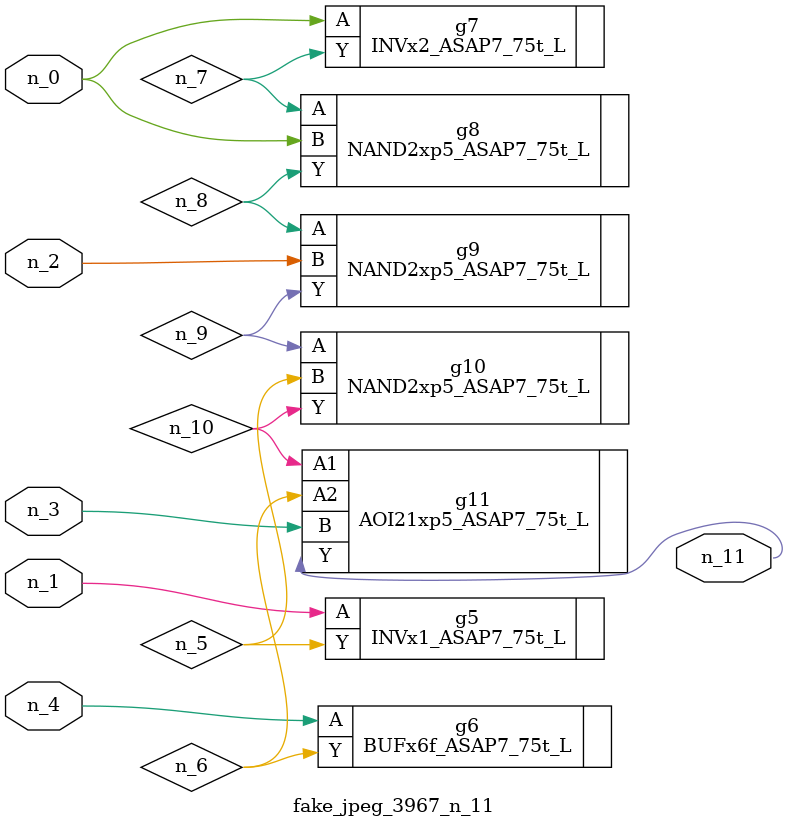
<source format=v>
module fake_jpeg_3967_n_11 (n_3, n_2, n_1, n_0, n_4, n_11);

input n_3;
input n_2;
input n_1;
input n_0;
input n_4;

output n_11;

wire n_10;
wire n_8;
wire n_9;
wire n_6;
wire n_5;
wire n_7;

INVx1_ASAP7_75t_L g5 ( 
.A(n_1),
.Y(n_5)
);

BUFx6f_ASAP7_75t_L g6 ( 
.A(n_4),
.Y(n_6)
);

INVx2_ASAP7_75t_L g7 ( 
.A(n_0),
.Y(n_7)
);

NAND2xp5_ASAP7_75t_L g8 ( 
.A(n_7),
.B(n_0),
.Y(n_8)
);

NAND2xp5_ASAP7_75t_L g9 ( 
.A(n_8),
.B(n_2),
.Y(n_9)
);

NAND2xp5_ASAP7_75t_L g10 ( 
.A(n_9),
.B(n_5),
.Y(n_10)
);

AOI21xp5_ASAP7_75t_L g11 ( 
.A1(n_10),
.A2(n_6),
.B(n_3),
.Y(n_11)
);


endmodule
</source>
